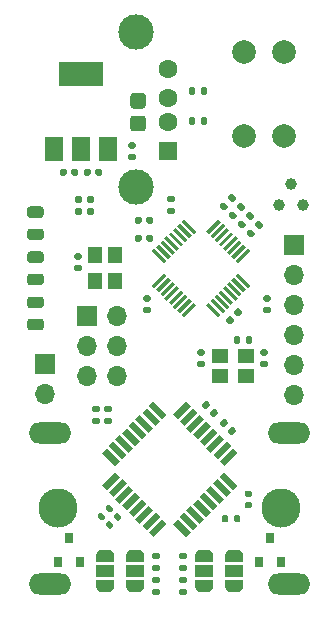
<source format=gbr>
%TF.GenerationSoftware,KiCad,Pcbnew,(5.1.9-16-g1737927814)-1*%
%TF.CreationDate,2021-10-10T21:13:45-05:00*%
%TF.ProjectId,adbuino,61646275-696e-46f2-9e6b-696361645f70,rev?*%
%TF.SameCoordinates,Original*%
%TF.FileFunction,Soldermask,Top*%
%TF.FilePolarity,Negative*%
%FSLAX46Y46*%
G04 Gerber Fmt 4.6, Leading zero omitted, Abs format (unit mm)*
G04 Created by KiCad (PCBNEW (5.1.9-16-g1737927814)-1) date 2021-10-10 21:13:45*
%MOMM*%
%LPD*%
G01*
G04 APERTURE LIST*
%ADD10O,1.700000X1.700000*%
%ADD11R,1.700000X1.700000*%
%ADD12C,2.000000*%
%ADD13C,0.100000*%
%ADD14C,1.000000*%
%ADD15R,1.500000X1.000000*%
%ADD16R,0.800000X0.900000*%
%ADD17R,1.200000X1.400000*%
%ADD18O,3.600000X1.800000*%
%ADD19C,3.316000*%
%ADD20R,1.400000X1.200000*%
%ADD21R,1.500000X2.000000*%
%ADD22R,3.800000X2.000000*%
%ADD23C,1.600000*%
%ADD24R,1.500000X1.600000*%
%ADD25C,3.000000*%
G04 APERTURE END LIST*
D10*
%TO.C,J7*%
X26924000Y-57658000D03*
D11*
X26924000Y-55118000D03*
%TD*%
D12*
%TO.C,J2*%
X43743000Y-28683000D03*
X43743000Y-35833000D03*
X47193000Y-35833000D03*
X47193000Y-28683000D03*
%TD*%
D13*
%TO.C,IC1*%
G36*
X39707382Y-50111624D02*
G01*
X38664400Y-51154606D01*
X38452268Y-50942474D01*
X39495250Y-49899492D01*
X39707382Y-50111624D01*
G37*
G36*
X39353829Y-49758070D02*
G01*
X38310847Y-50801052D01*
X38098715Y-50588920D01*
X39141697Y-49545938D01*
X39353829Y-49758070D01*
G37*
G36*
X39000275Y-49404517D02*
G01*
X37957293Y-50447499D01*
X37745161Y-50235367D01*
X38788143Y-49192385D01*
X39000275Y-49404517D01*
G37*
G36*
X38646722Y-49050963D02*
G01*
X37603740Y-50093945D01*
X37391608Y-49881813D01*
X38434590Y-48838831D01*
X38646722Y-49050963D01*
G37*
G36*
X38293169Y-48697410D02*
G01*
X37250187Y-49740392D01*
X37038055Y-49528260D01*
X38081037Y-48485278D01*
X38293169Y-48697410D01*
G37*
G36*
X37939615Y-48343857D02*
G01*
X36896633Y-49386839D01*
X36684501Y-49174707D01*
X37727483Y-48131725D01*
X37939615Y-48343857D01*
G37*
G36*
X37586062Y-47990303D02*
G01*
X36543080Y-49033285D01*
X36330948Y-48821153D01*
X37373930Y-47778171D01*
X37586062Y-47990303D01*
G37*
G36*
X37232508Y-47636750D02*
G01*
X36189526Y-48679732D01*
X35977394Y-48467600D01*
X37020376Y-47424618D01*
X37232508Y-47636750D01*
G37*
G36*
X36189526Y-45320268D02*
G01*
X37232508Y-46363250D01*
X37020376Y-46575382D01*
X35977394Y-45532400D01*
X36189526Y-45320268D01*
G37*
G36*
X36543080Y-44966715D02*
G01*
X37586062Y-46009697D01*
X37373930Y-46221829D01*
X36330948Y-45178847D01*
X36543080Y-44966715D01*
G37*
G36*
X36896633Y-44613161D02*
G01*
X37939615Y-45656143D01*
X37727483Y-45868275D01*
X36684501Y-44825293D01*
X36896633Y-44613161D01*
G37*
G36*
X37250187Y-44259608D02*
G01*
X38293169Y-45302590D01*
X38081037Y-45514722D01*
X37038055Y-44471740D01*
X37250187Y-44259608D01*
G37*
G36*
X37603740Y-43906055D02*
G01*
X38646722Y-44949037D01*
X38434590Y-45161169D01*
X37391608Y-44118187D01*
X37603740Y-43906055D01*
G37*
G36*
X37957293Y-43552501D02*
G01*
X39000275Y-44595483D01*
X38788143Y-44807615D01*
X37745161Y-43764633D01*
X37957293Y-43552501D01*
G37*
G36*
X38310847Y-43198948D02*
G01*
X39353829Y-44241930D01*
X39141697Y-44454062D01*
X38098715Y-43411080D01*
X38310847Y-43198948D01*
G37*
G36*
X38664400Y-42845394D02*
G01*
X39707382Y-43888376D01*
X39495250Y-44100508D01*
X38452268Y-43057526D01*
X38664400Y-42845394D01*
G37*
G36*
X41811732Y-43057526D02*
G01*
X40768750Y-44100508D01*
X40556618Y-43888376D01*
X41599600Y-42845394D01*
X41811732Y-43057526D01*
G37*
G36*
X42165285Y-43411080D02*
G01*
X41122303Y-44454062D01*
X40910171Y-44241930D01*
X41953153Y-43198948D01*
X42165285Y-43411080D01*
G37*
G36*
X42518839Y-43764633D02*
G01*
X41475857Y-44807615D01*
X41263725Y-44595483D01*
X42306707Y-43552501D01*
X42518839Y-43764633D01*
G37*
G36*
X42872392Y-44118187D02*
G01*
X41829410Y-45161169D01*
X41617278Y-44949037D01*
X42660260Y-43906055D01*
X42872392Y-44118187D01*
G37*
G36*
X43225945Y-44471740D02*
G01*
X42182963Y-45514722D01*
X41970831Y-45302590D01*
X43013813Y-44259608D01*
X43225945Y-44471740D01*
G37*
G36*
X43579499Y-44825293D02*
G01*
X42536517Y-45868275D01*
X42324385Y-45656143D01*
X43367367Y-44613161D01*
X43579499Y-44825293D01*
G37*
G36*
X43933052Y-45178847D02*
G01*
X42890070Y-46221829D01*
X42677938Y-46009697D01*
X43720920Y-44966715D01*
X43933052Y-45178847D01*
G37*
G36*
X44286606Y-45532400D02*
G01*
X43243624Y-46575382D01*
X43031492Y-46363250D01*
X44074474Y-45320268D01*
X44286606Y-45532400D01*
G37*
G36*
X43243624Y-47424618D02*
G01*
X44286606Y-48467600D01*
X44074474Y-48679732D01*
X43031492Y-47636750D01*
X43243624Y-47424618D01*
G37*
G36*
X42890070Y-47778171D02*
G01*
X43933052Y-48821153D01*
X43720920Y-49033285D01*
X42677938Y-47990303D01*
X42890070Y-47778171D01*
G37*
G36*
X42536517Y-48131725D02*
G01*
X43579499Y-49174707D01*
X43367367Y-49386839D01*
X42324385Y-48343857D01*
X42536517Y-48131725D01*
G37*
G36*
X42182963Y-48485278D02*
G01*
X43225945Y-49528260D01*
X43013813Y-49740392D01*
X41970831Y-48697410D01*
X42182963Y-48485278D01*
G37*
G36*
X41829410Y-48838831D02*
G01*
X42872392Y-49881813D01*
X42660260Y-50093945D01*
X41617278Y-49050963D01*
X41829410Y-48838831D01*
G37*
G36*
X41475857Y-49192385D02*
G01*
X42518839Y-50235367D01*
X42306707Y-50447499D01*
X41263725Y-49404517D01*
X41475857Y-49192385D01*
G37*
G36*
X41122303Y-49545938D02*
G01*
X42165285Y-50588920D01*
X41953153Y-50801052D01*
X40910171Y-49758070D01*
X41122303Y-49545938D01*
G37*
G36*
X40768750Y-49899492D02*
G01*
X41811732Y-50942474D01*
X41599600Y-51154606D01*
X40556618Y-50111624D01*
X40768750Y-49899492D01*
G37*
%TD*%
%TO.C,R17*%
G36*
G01*
X32073000Y-59676000D02*
X32443000Y-59676000D01*
G75*
G02*
X32578000Y-59811000I0J-135000D01*
G01*
X32578000Y-60081000D01*
G75*
G02*
X32443000Y-60216000I-135000J0D01*
G01*
X32073000Y-60216000D01*
G75*
G02*
X31938000Y-60081000I0J135000D01*
G01*
X31938000Y-59811000D01*
G75*
G02*
X32073000Y-59676000I135000J0D01*
G01*
G37*
G36*
G01*
X32073000Y-58656000D02*
X32443000Y-58656000D01*
G75*
G02*
X32578000Y-58791000I0J-135000D01*
G01*
X32578000Y-59061000D01*
G75*
G02*
X32443000Y-59196000I-135000J0D01*
G01*
X32073000Y-59196000D01*
G75*
G02*
X31938000Y-59061000I0J135000D01*
G01*
X31938000Y-58791000D01*
G75*
G02*
X32073000Y-58656000I135000J0D01*
G01*
G37*
%TD*%
D14*
%TO.C,TP3*%
X46736000Y-41656000D03*
%TD*%
%TO.C,TP2*%
X48768000Y-41656000D03*
%TD*%
%TO.C,TP1*%
X47752000Y-39878000D03*
%TD*%
D13*
%TO.C,JP4*%
G36*
X35294000Y-73364000D02*
G01*
X35294000Y-73914000D01*
X35293398Y-73914000D01*
X35293398Y-73938534D01*
X35288588Y-73987365D01*
X35279016Y-74035490D01*
X35264772Y-74082445D01*
X35245995Y-74127778D01*
X35222864Y-74171051D01*
X35195604Y-74211850D01*
X35164476Y-74249779D01*
X35129779Y-74284476D01*
X35091850Y-74315604D01*
X35051051Y-74342864D01*
X35007778Y-74365995D01*
X34962445Y-74384772D01*
X34915490Y-74399016D01*
X34867365Y-74408588D01*
X34818534Y-74413398D01*
X34794000Y-74413398D01*
X34794000Y-74414000D01*
X34294000Y-74414000D01*
X34294000Y-74413398D01*
X34269466Y-74413398D01*
X34220635Y-74408588D01*
X34172510Y-74399016D01*
X34125555Y-74384772D01*
X34080222Y-74365995D01*
X34036949Y-74342864D01*
X33996150Y-74315604D01*
X33958221Y-74284476D01*
X33923524Y-74249779D01*
X33892396Y-74211850D01*
X33865136Y-74171051D01*
X33842005Y-74127778D01*
X33823228Y-74082445D01*
X33808984Y-74035490D01*
X33799412Y-73987365D01*
X33794602Y-73938534D01*
X33794602Y-73914000D01*
X33794000Y-73914000D01*
X33794000Y-73364000D01*
X35294000Y-73364000D01*
G37*
D15*
X34544000Y-72614000D03*
D13*
G36*
X33794602Y-71314000D02*
G01*
X33794602Y-71289466D01*
X33799412Y-71240635D01*
X33808984Y-71192510D01*
X33823228Y-71145555D01*
X33842005Y-71100222D01*
X33865136Y-71056949D01*
X33892396Y-71016150D01*
X33923524Y-70978221D01*
X33958221Y-70943524D01*
X33996150Y-70912396D01*
X34036949Y-70885136D01*
X34080222Y-70862005D01*
X34125555Y-70843228D01*
X34172510Y-70828984D01*
X34220635Y-70819412D01*
X34269466Y-70814602D01*
X34294000Y-70814602D01*
X34294000Y-70814000D01*
X34794000Y-70814000D01*
X34794000Y-70814602D01*
X34818534Y-70814602D01*
X34867365Y-70819412D01*
X34915490Y-70828984D01*
X34962445Y-70843228D01*
X35007778Y-70862005D01*
X35051051Y-70885136D01*
X35091850Y-70912396D01*
X35129779Y-70943524D01*
X35164476Y-70978221D01*
X35195604Y-71016150D01*
X35222864Y-71056949D01*
X35245995Y-71100222D01*
X35264772Y-71145555D01*
X35279016Y-71192510D01*
X35288588Y-71240635D01*
X35293398Y-71289466D01*
X35293398Y-71314000D01*
X35294000Y-71314000D01*
X35294000Y-71864000D01*
X33794000Y-71864000D01*
X33794000Y-71314000D01*
X33794602Y-71314000D01*
G37*
%TD*%
%TO.C,JP3*%
G36*
X31254000Y-71864000D02*
G01*
X31254000Y-71314000D01*
X31254602Y-71314000D01*
X31254602Y-71289466D01*
X31259412Y-71240635D01*
X31268984Y-71192510D01*
X31283228Y-71145555D01*
X31302005Y-71100222D01*
X31325136Y-71056949D01*
X31352396Y-71016150D01*
X31383524Y-70978221D01*
X31418221Y-70943524D01*
X31456150Y-70912396D01*
X31496949Y-70885136D01*
X31540222Y-70862005D01*
X31585555Y-70843228D01*
X31632510Y-70828984D01*
X31680635Y-70819412D01*
X31729466Y-70814602D01*
X31754000Y-70814602D01*
X31754000Y-70814000D01*
X32254000Y-70814000D01*
X32254000Y-70814602D01*
X32278534Y-70814602D01*
X32327365Y-70819412D01*
X32375490Y-70828984D01*
X32422445Y-70843228D01*
X32467778Y-70862005D01*
X32511051Y-70885136D01*
X32551850Y-70912396D01*
X32589779Y-70943524D01*
X32624476Y-70978221D01*
X32655604Y-71016150D01*
X32682864Y-71056949D01*
X32705995Y-71100222D01*
X32724772Y-71145555D01*
X32739016Y-71192510D01*
X32748588Y-71240635D01*
X32753398Y-71289466D01*
X32753398Y-71314000D01*
X32754000Y-71314000D01*
X32754000Y-71864000D01*
X31254000Y-71864000D01*
G37*
D15*
X32004000Y-72614000D03*
D13*
G36*
X32753398Y-73914000D02*
G01*
X32753398Y-73938534D01*
X32748588Y-73987365D01*
X32739016Y-74035490D01*
X32724772Y-74082445D01*
X32705995Y-74127778D01*
X32682864Y-74171051D01*
X32655604Y-74211850D01*
X32624476Y-74249779D01*
X32589779Y-74284476D01*
X32551850Y-74315604D01*
X32511051Y-74342864D01*
X32467778Y-74365995D01*
X32422445Y-74384772D01*
X32375490Y-74399016D01*
X32327365Y-74408588D01*
X32278534Y-74413398D01*
X32254000Y-74413398D01*
X32254000Y-74414000D01*
X31754000Y-74414000D01*
X31754000Y-74413398D01*
X31729466Y-74413398D01*
X31680635Y-74408588D01*
X31632510Y-74399016D01*
X31585555Y-74384772D01*
X31540222Y-74365995D01*
X31496949Y-74342864D01*
X31456150Y-74315604D01*
X31418221Y-74284476D01*
X31383524Y-74249779D01*
X31352396Y-74211850D01*
X31325136Y-74171051D01*
X31302005Y-74127778D01*
X31283228Y-74082445D01*
X31268984Y-74035490D01*
X31259412Y-73987365D01*
X31254602Y-73938534D01*
X31254602Y-73914000D01*
X31254000Y-73914000D01*
X31254000Y-73364000D01*
X32754000Y-73364000D01*
X32754000Y-73914000D01*
X32753398Y-73914000D01*
G37*
%TD*%
%TO.C,JP2*%
G36*
X43676000Y-73364000D02*
G01*
X43676000Y-73914000D01*
X43675398Y-73914000D01*
X43675398Y-73938534D01*
X43670588Y-73987365D01*
X43661016Y-74035490D01*
X43646772Y-74082445D01*
X43627995Y-74127778D01*
X43604864Y-74171051D01*
X43577604Y-74211850D01*
X43546476Y-74249779D01*
X43511779Y-74284476D01*
X43473850Y-74315604D01*
X43433051Y-74342864D01*
X43389778Y-74365995D01*
X43344445Y-74384772D01*
X43297490Y-74399016D01*
X43249365Y-74408588D01*
X43200534Y-74413398D01*
X43176000Y-74413398D01*
X43176000Y-74414000D01*
X42676000Y-74414000D01*
X42676000Y-74413398D01*
X42651466Y-74413398D01*
X42602635Y-74408588D01*
X42554510Y-74399016D01*
X42507555Y-74384772D01*
X42462222Y-74365995D01*
X42418949Y-74342864D01*
X42378150Y-74315604D01*
X42340221Y-74284476D01*
X42305524Y-74249779D01*
X42274396Y-74211850D01*
X42247136Y-74171051D01*
X42224005Y-74127778D01*
X42205228Y-74082445D01*
X42190984Y-74035490D01*
X42181412Y-73987365D01*
X42176602Y-73938534D01*
X42176602Y-73914000D01*
X42176000Y-73914000D01*
X42176000Y-73364000D01*
X43676000Y-73364000D01*
G37*
D15*
X42926000Y-72614000D03*
D13*
G36*
X42176602Y-71314000D02*
G01*
X42176602Y-71289466D01*
X42181412Y-71240635D01*
X42190984Y-71192510D01*
X42205228Y-71145555D01*
X42224005Y-71100222D01*
X42247136Y-71056949D01*
X42274396Y-71016150D01*
X42305524Y-70978221D01*
X42340221Y-70943524D01*
X42378150Y-70912396D01*
X42418949Y-70885136D01*
X42462222Y-70862005D01*
X42507555Y-70843228D01*
X42554510Y-70828984D01*
X42602635Y-70819412D01*
X42651466Y-70814602D01*
X42676000Y-70814602D01*
X42676000Y-70814000D01*
X43176000Y-70814000D01*
X43176000Y-70814602D01*
X43200534Y-70814602D01*
X43249365Y-70819412D01*
X43297490Y-70828984D01*
X43344445Y-70843228D01*
X43389778Y-70862005D01*
X43433051Y-70885136D01*
X43473850Y-70912396D01*
X43511779Y-70943524D01*
X43546476Y-70978221D01*
X43577604Y-71016150D01*
X43604864Y-71056949D01*
X43627995Y-71100222D01*
X43646772Y-71145555D01*
X43661016Y-71192510D01*
X43670588Y-71240635D01*
X43675398Y-71289466D01*
X43675398Y-71314000D01*
X43676000Y-71314000D01*
X43676000Y-71864000D01*
X42176000Y-71864000D01*
X42176000Y-71314000D01*
X42176602Y-71314000D01*
G37*
%TD*%
%TO.C,JP1*%
G36*
X39636000Y-71864000D02*
G01*
X39636000Y-71314000D01*
X39636602Y-71314000D01*
X39636602Y-71289466D01*
X39641412Y-71240635D01*
X39650984Y-71192510D01*
X39665228Y-71145555D01*
X39684005Y-71100222D01*
X39707136Y-71056949D01*
X39734396Y-71016150D01*
X39765524Y-70978221D01*
X39800221Y-70943524D01*
X39838150Y-70912396D01*
X39878949Y-70885136D01*
X39922222Y-70862005D01*
X39967555Y-70843228D01*
X40014510Y-70828984D01*
X40062635Y-70819412D01*
X40111466Y-70814602D01*
X40136000Y-70814602D01*
X40136000Y-70814000D01*
X40636000Y-70814000D01*
X40636000Y-70814602D01*
X40660534Y-70814602D01*
X40709365Y-70819412D01*
X40757490Y-70828984D01*
X40804445Y-70843228D01*
X40849778Y-70862005D01*
X40893051Y-70885136D01*
X40933850Y-70912396D01*
X40971779Y-70943524D01*
X41006476Y-70978221D01*
X41037604Y-71016150D01*
X41064864Y-71056949D01*
X41087995Y-71100222D01*
X41106772Y-71145555D01*
X41121016Y-71192510D01*
X41130588Y-71240635D01*
X41135398Y-71289466D01*
X41135398Y-71314000D01*
X41136000Y-71314000D01*
X41136000Y-71864000D01*
X39636000Y-71864000D01*
G37*
D15*
X40386000Y-72614000D03*
D13*
G36*
X41135398Y-73914000D02*
G01*
X41135398Y-73938534D01*
X41130588Y-73987365D01*
X41121016Y-74035490D01*
X41106772Y-74082445D01*
X41087995Y-74127778D01*
X41064864Y-74171051D01*
X41037604Y-74211850D01*
X41006476Y-74249779D01*
X40971779Y-74284476D01*
X40933850Y-74315604D01*
X40893051Y-74342864D01*
X40849778Y-74365995D01*
X40804445Y-74384772D01*
X40757490Y-74399016D01*
X40709365Y-74408588D01*
X40660534Y-74413398D01*
X40636000Y-74413398D01*
X40636000Y-74414000D01*
X40136000Y-74414000D01*
X40136000Y-74413398D01*
X40111466Y-74413398D01*
X40062635Y-74408588D01*
X40014510Y-74399016D01*
X39967555Y-74384772D01*
X39922222Y-74365995D01*
X39878949Y-74342864D01*
X39838150Y-74315604D01*
X39800221Y-74284476D01*
X39765524Y-74249779D01*
X39734396Y-74211850D01*
X39707136Y-74171051D01*
X39684005Y-74127778D01*
X39665228Y-74082445D01*
X39650984Y-74035490D01*
X39641412Y-73987365D01*
X39636602Y-73938534D01*
X39636602Y-73914000D01*
X39636000Y-73914000D01*
X39636000Y-73364000D01*
X41136000Y-73364000D01*
X41136000Y-73914000D01*
X41135398Y-73914000D01*
G37*
%TD*%
D10*
%TO.C,J6*%
X33020000Y-56134000D03*
X30480000Y-56134000D03*
X33020000Y-53594000D03*
X30480000Y-53594000D03*
X33020000Y-51054000D03*
D11*
X30480000Y-51054000D03*
%TD*%
%TO.C,R16*%
G36*
G01*
X45004520Y-43649109D02*
X44742891Y-43387480D01*
G75*
G02*
X44742891Y-43196562I95459J95459D01*
G01*
X44933810Y-43005643D01*
G75*
G02*
X45124728Y-43005643I95459J-95459D01*
G01*
X45386357Y-43267272D01*
G75*
G02*
X45386357Y-43458190I-95459J-95459D01*
G01*
X45195438Y-43649109D01*
G75*
G02*
X45004520Y-43649109I-95459J95459D01*
G01*
G37*
G36*
G01*
X44283272Y-44370357D02*
X44021643Y-44108728D01*
G75*
G02*
X44021643Y-43917810I95459J95459D01*
G01*
X44212562Y-43726891D01*
G75*
G02*
X44403480Y-43726891I95459J-95459D01*
G01*
X44665109Y-43988520D01*
G75*
G02*
X44665109Y-44179438I-95459J-95459D01*
G01*
X44474190Y-44370357D01*
G75*
G02*
X44283272Y-44370357I-95459J95459D01*
G01*
G37*
%TD*%
%TO.C,R14*%
G36*
G01*
X42718520Y-41363109D02*
X42456891Y-41101480D01*
G75*
G02*
X42456891Y-40910562I95459J95459D01*
G01*
X42647810Y-40719643D01*
G75*
G02*
X42838728Y-40719643I95459J-95459D01*
G01*
X43100357Y-40981272D01*
G75*
G02*
X43100357Y-41172190I-95459J-95459D01*
G01*
X42909438Y-41363109D01*
G75*
G02*
X42718520Y-41363109I-95459J95459D01*
G01*
G37*
G36*
G01*
X41997272Y-42084357D02*
X41735643Y-41822728D01*
G75*
G02*
X41735643Y-41631810I95459J95459D01*
G01*
X41926562Y-41440891D01*
G75*
G02*
X42117480Y-41440891I95459J-95459D01*
G01*
X42379109Y-41702520D01*
G75*
G02*
X42379109Y-41893438I-95459J-95459D01*
G01*
X42188190Y-42084357D01*
G75*
G02*
X41997272Y-42084357I-95459J95459D01*
G01*
G37*
%TD*%
%TO.C,R13*%
G36*
G01*
X44242520Y-42887109D02*
X43980891Y-42625480D01*
G75*
G02*
X43980891Y-42434562I95459J95459D01*
G01*
X44171810Y-42243643D01*
G75*
G02*
X44362728Y-42243643I95459J-95459D01*
G01*
X44624357Y-42505272D01*
G75*
G02*
X44624357Y-42696190I-95459J-95459D01*
G01*
X44433438Y-42887109D01*
G75*
G02*
X44242520Y-42887109I-95459J95459D01*
G01*
G37*
G36*
G01*
X43521272Y-43608357D02*
X43259643Y-43346728D01*
G75*
G02*
X43259643Y-43155810I95459J95459D01*
G01*
X43450562Y-42964891D01*
G75*
G02*
X43641480Y-42964891I95459J-95459D01*
G01*
X43903109Y-43226520D01*
G75*
G02*
X43903109Y-43417438I-95459J-95459D01*
G01*
X43712190Y-43608357D01*
G75*
G02*
X43521272Y-43608357I-95459J95459D01*
G01*
G37*
%TD*%
%TO.C,R15*%
G36*
G01*
X43480520Y-42125109D02*
X43218891Y-41863480D01*
G75*
G02*
X43218891Y-41672562I95459J95459D01*
G01*
X43409810Y-41481643D01*
G75*
G02*
X43600728Y-41481643I95459J-95459D01*
G01*
X43862357Y-41743272D01*
G75*
G02*
X43862357Y-41934190I-95459J-95459D01*
G01*
X43671438Y-42125109D01*
G75*
G02*
X43480520Y-42125109I-95459J95459D01*
G01*
G37*
G36*
G01*
X42759272Y-42846357D02*
X42497643Y-42584728D01*
G75*
G02*
X42497643Y-42393810I95459J95459D01*
G01*
X42688562Y-42202891D01*
G75*
G02*
X42879480Y-42202891I95459J-95459D01*
G01*
X43141109Y-42464520D01*
G75*
G02*
X43141109Y-42655438I-95459J-95459D01*
G01*
X42950190Y-42846357D01*
G75*
G02*
X42759272Y-42846357I-95459J95459D01*
G01*
G37*
%TD*%
D16*
%TO.C,Q1*%
X45974000Y-69866000D03*
X46924000Y-71866000D03*
X45024000Y-71866000D03*
%TD*%
%TO.C,C12*%
G36*
G01*
X35106000Y-42756000D02*
X35106000Y-43096000D01*
G75*
G02*
X34966000Y-43236000I-140000J0D01*
G01*
X34686000Y-43236000D01*
G75*
G02*
X34546000Y-43096000I0J140000D01*
G01*
X34546000Y-42756000D01*
G75*
G02*
X34686000Y-42616000I140000J0D01*
G01*
X34966000Y-42616000D01*
G75*
G02*
X35106000Y-42756000I0J-140000D01*
G01*
G37*
G36*
G01*
X36066000Y-42756000D02*
X36066000Y-43096000D01*
G75*
G02*
X35926000Y-43236000I-140000J0D01*
G01*
X35646000Y-43236000D01*
G75*
G02*
X35506000Y-43096000I0J140000D01*
G01*
X35506000Y-42756000D01*
G75*
G02*
X35646000Y-42616000I140000J0D01*
G01*
X35926000Y-42616000D01*
G75*
G02*
X36066000Y-42756000I0J-140000D01*
G01*
G37*
%TD*%
D17*
%TO.C,Y2*%
X32854000Y-45900000D03*
X32854000Y-48100000D03*
X31154000Y-48100000D03*
X31154000Y-45900000D03*
%TD*%
%TO.C,C13*%
G36*
G01*
X45890000Y-49838000D02*
X45550000Y-49838000D01*
G75*
G02*
X45410000Y-49698000I0J140000D01*
G01*
X45410000Y-49418000D01*
G75*
G02*
X45550000Y-49278000I140000J0D01*
G01*
X45890000Y-49278000D01*
G75*
G02*
X46030000Y-49418000I0J-140000D01*
G01*
X46030000Y-49698000D01*
G75*
G02*
X45890000Y-49838000I-140000J0D01*
G01*
G37*
G36*
G01*
X45890000Y-50798000D02*
X45550000Y-50798000D01*
G75*
G02*
X45410000Y-50658000I0J140000D01*
G01*
X45410000Y-50378000D01*
G75*
G02*
X45550000Y-50238000I140000J0D01*
G01*
X45890000Y-50238000D01*
G75*
G02*
X46030000Y-50378000I0J-140000D01*
G01*
X46030000Y-50658000D01*
G75*
G02*
X45890000Y-50798000I-140000J0D01*
G01*
G37*
%TD*%
D18*
%TO.C,J5*%
X27356000Y-73710000D03*
X27356000Y-60910000D03*
D19*
X28056000Y-67310000D03*
%TD*%
D18*
%TO.C,J4*%
X47574000Y-60910000D03*
X47574000Y-73710000D03*
D19*
X46874000Y-67310000D03*
%TD*%
%TO.C,R12*%
G36*
G01*
X31427000Y-59196000D02*
X31057000Y-59196000D01*
G75*
G02*
X30922000Y-59061000I0J135000D01*
G01*
X30922000Y-58791000D01*
G75*
G02*
X31057000Y-58656000I135000J0D01*
G01*
X31427000Y-58656000D01*
G75*
G02*
X31562000Y-58791000I0J-135000D01*
G01*
X31562000Y-59061000D01*
G75*
G02*
X31427000Y-59196000I-135000J0D01*
G01*
G37*
G36*
G01*
X31427000Y-60216000D02*
X31057000Y-60216000D01*
G75*
G02*
X30922000Y-60081000I0J135000D01*
G01*
X30922000Y-59811000D01*
G75*
G02*
X31057000Y-59676000I135000J0D01*
G01*
X31427000Y-59676000D01*
G75*
G02*
X31562000Y-59811000I0J-135000D01*
G01*
X31562000Y-60081000D01*
G75*
G02*
X31427000Y-60216000I-135000J0D01*
G01*
G37*
%TD*%
%TO.C,R11*%
G36*
G01*
X36137000Y-72122000D02*
X36507000Y-72122000D01*
G75*
G02*
X36642000Y-72257000I0J-135000D01*
G01*
X36642000Y-72527000D01*
G75*
G02*
X36507000Y-72662000I-135000J0D01*
G01*
X36137000Y-72662000D01*
G75*
G02*
X36002000Y-72527000I0J135000D01*
G01*
X36002000Y-72257000D01*
G75*
G02*
X36137000Y-72122000I135000J0D01*
G01*
G37*
G36*
G01*
X36137000Y-71102000D02*
X36507000Y-71102000D01*
G75*
G02*
X36642000Y-71237000I0J-135000D01*
G01*
X36642000Y-71507000D01*
G75*
G02*
X36507000Y-71642000I-135000J0D01*
G01*
X36137000Y-71642000D01*
G75*
G02*
X36002000Y-71507000I0J135000D01*
G01*
X36002000Y-71237000D01*
G75*
G02*
X36137000Y-71102000I135000J0D01*
G01*
G37*
%TD*%
%TO.C,R10*%
G36*
G01*
X36507000Y-73674000D02*
X36137000Y-73674000D01*
G75*
G02*
X36002000Y-73539000I0J135000D01*
G01*
X36002000Y-73269000D01*
G75*
G02*
X36137000Y-73134000I135000J0D01*
G01*
X36507000Y-73134000D01*
G75*
G02*
X36642000Y-73269000I0J-135000D01*
G01*
X36642000Y-73539000D01*
G75*
G02*
X36507000Y-73674000I-135000J0D01*
G01*
G37*
G36*
G01*
X36507000Y-74694000D02*
X36137000Y-74694000D01*
G75*
G02*
X36002000Y-74559000I0J135000D01*
G01*
X36002000Y-74289000D01*
G75*
G02*
X36137000Y-74154000I135000J0D01*
G01*
X36507000Y-74154000D01*
G75*
G02*
X36642000Y-74289000I0J-135000D01*
G01*
X36642000Y-74559000D01*
G75*
G02*
X36507000Y-74694000I-135000J0D01*
G01*
G37*
%TD*%
%TO.C,R9*%
G36*
G01*
X38423000Y-72122000D02*
X38793000Y-72122000D01*
G75*
G02*
X38928000Y-72257000I0J-135000D01*
G01*
X38928000Y-72527000D01*
G75*
G02*
X38793000Y-72662000I-135000J0D01*
G01*
X38423000Y-72662000D01*
G75*
G02*
X38288000Y-72527000I0J135000D01*
G01*
X38288000Y-72257000D01*
G75*
G02*
X38423000Y-72122000I135000J0D01*
G01*
G37*
G36*
G01*
X38423000Y-71102000D02*
X38793000Y-71102000D01*
G75*
G02*
X38928000Y-71237000I0J-135000D01*
G01*
X38928000Y-71507000D01*
G75*
G02*
X38793000Y-71642000I-135000J0D01*
G01*
X38423000Y-71642000D01*
G75*
G02*
X38288000Y-71507000I0J135000D01*
G01*
X38288000Y-71237000D01*
G75*
G02*
X38423000Y-71102000I135000J0D01*
G01*
G37*
%TD*%
%TO.C,R8*%
G36*
G01*
X38793000Y-73674000D02*
X38423000Y-73674000D01*
G75*
G02*
X38288000Y-73539000I0J135000D01*
G01*
X38288000Y-73269000D01*
G75*
G02*
X38423000Y-73134000I135000J0D01*
G01*
X38793000Y-73134000D01*
G75*
G02*
X38928000Y-73269000I0J-135000D01*
G01*
X38928000Y-73539000D01*
G75*
G02*
X38793000Y-73674000I-135000J0D01*
G01*
G37*
G36*
G01*
X38793000Y-74694000D02*
X38423000Y-74694000D01*
G75*
G02*
X38288000Y-74559000I0J135000D01*
G01*
X38288000Y-74289000D01*
G75*
G02*
X38423000Y-74154000I135000J0D01*
G01*
X38793000Y-74154000D01*
G75*
G02*
X38928000Y-74289000I0J-135000D01*
G01*
X38928000Y-74559000D01*
G75*
G02*
X38793000Y-74694000I-135000J0D01*
G01*
G37*
%TD*%
%TO.C,R7*%
G36*
G01*
X39638000Y-31819000D02*
X39638000Y-32189000D01*
G75*
G02*
X39503000Y-32324000I-135000J0D01*
G01*
X39233000Y-32324000D01*
G75*
G02*
X39098000Y-32189000I0J135000D01*
G01*
X39098000Y-31819000D01*
G75*
G02*
X39233000Y-31684000I135000J0D01*
G01*
X39503000Y-31684000D01*
G75*
G02*
X39638000Y-31819000I0J-135000D01*
G01*
G37*
G36*
G01*
X40658000Y-31819000D02*
X40658000Y-32189000D01*
G75*
G02*
X40523000Y-32324000I-135000J0D01*
G01*
X40253000Y-32324000D01*
G75*
G02*
X40118000Y-32189000I0J135000D01*
G01*
X40118000Y-31819000D01*
G75*
G02*
X40253000Y-31684000I135000J0D01*
G01*
X40523000Y-31684000D01*
G75*
G02*
X40658000Y-31819000I0J-135000D01*
G01*
G37*
%TD*%
%TO.C,R6*%
G36*
G01*
X40116000Y-34729000D02*
X40116000Y-34359000D01*
G75*
G02*
X40251000Y-34224000I135000J0D01*
G01*
X40521000Y-34224000D01*
G75*
G02*
X40656000Y-34359000I0J-135000D01*
G01*
X40656000Y-34729000D01*
G75*
G02*
X40521000Y-34864000I-135000J0D01*
G01*
X40251000Y-34864000D01*
G75*
G02*
X40116000Y-34729000I0J135000D01*
G01*
G37*
G36*
G01*
X39096000Y-34729000D02*
X39096000Y-34359000D01*
G75*
G02*
X39231000Y-34224000I135000J0D01*
G01*
X39501000Y-34224000D01*
G75*
G02*
X39636000Y-34359000I0J-135000D01*
G01*
X39636000Y-34729000D01*
G75*
G02*
X39501000Y-34864000I-135000J0D01*
G01*
X39231000Y-34864000D01*
G75*
G02*
X39096000Y-34729000I0J135000D01*
G01*
G37*
%TD*%
%TO.C,R5*%
G36*
G01*
X30024640Y-40983320D02*
X30024640Y-41353320D01*
G75*
G02*
X29889640Y-41488320I-135000J0D01*
G01*
X29619640Y-41488320D01*
G75*
G02*
X29484640Y-41353320I0J135000D01*
G01*
X29484640Y-40983320D01*
G75*
G02*
X29619640Y-40848320I135000J0D01*
G01*
X29889640Y-40848320D01*
G75*
G02*
X30024640Y-40983320I0J-135000D01*
G01*
G37*
G36*
G01*
X31044640Y-40983320D02*
X31044640Y-41353320D01*
G75*
G02*
X30909640Y-41488320I-135000J0D01*
G01*
X30639640Y-41488320D01*
G75*
G02*
X30504640Y-41353320I0J135000D01*
G01*
X30504640Y-40983320D01*
G75*
G02*
X30639640Y-40848320I135000J0D01*
G01*
X30909640Y-40848320D01*
G75*
G02*
X31044640Y-40983320I0J-135000D01*
G01*
G37*
%TD*%
%TO.C,R4*%
G36*
G01*
X30019560Y-41994240D02*
X30019560Y-42364240D01*
G75*
G02*
X29884560Y-42499240I-135000J0D01*
G01*
X29614560Y-42499240D01*
G75*
G02*
X29479560Y-42364240I0J135000D01*
G01*
X29479560Y-41994240D01*
G75*
G02*
X29614560Y-41859240I135000J0D01*
G01*
X29884560Y-41859240D01*
G75*
G02*
X30019560Y-41994240I0J-135000D01*
G01*
G37*
G36*
G01*
X31039560Y-41994240D02*
X31039560Y-42364240D01*
G75*
G02*
X30904560Y-42499240I-135000J0D01*
G01*
X30634560Y-42499240D01*
G75*
G02*
X30499560Y-42364240I0J135000D01*
G01*
X30499560Y-41994240D01*
G75*
G02*
X30634560Y-41859240I135000J0D01*
G01*
X30904560Y-41859240D01*
G75*
G02*
X31039560Y-41994240I0J-135000D01*
G01*
G37*
%TD*%
%TO.C,R3*%
G36*
G01*
X37407000Y-41896000D02*
X37777000Y-41896000D01*
G75*
G02*
X37912000Y-42031000I0J-135000D01*
G01*
X37912000Y-42301000D01*
G75*
G02*
X37777000Y-42436000I-135000J0D01*
G01*
X37407000Y-42436000D01*
G75*
G02*
X37272000Y-42301000I0J135000D01*
G01*
X37272000Y-42031000D01*
G75*
G02*
X37407000Y-41896000I135000J0D01*
G01*
G37*
G36*
G01*
X37407000Y-40876000D02*
X37777000Y-40876000D01*
G75*
G02*
X37912000Y-41011000I0J-135000D01*
G01*
X37912000Y-41281000D01*
G75*
G02*
X37777000Y-41416000I-135000J0D01*
G01*
X37407000Y-41416000D01*
G75*
G02*
X37272000Y-41281000I0J135000D01*
G01*
X37272000Y-41011000D01*
G75*
G02*
X37407000Y-40876000I135000J0D01*
G01*
G37*
%TD*%
%TO.C,R2*%
G36*
G01*
X42434000Y-68014000D02*
X42434000Y-68384000D01*
G75*
G02*
X42299000Y-68519000I-135000J0D01*
G01*
X42029000Y-68519000D01*
G75*
G02*
X41894000Y-68384000I0J135000D01*
G01*
X41894000Y-68014000D01*
G75*
G02*
X42029000Y-67879000I135000J0D01*
G01*
X42299000Y-67879000D01*
G75*
G02*
X42434000Y-68014000I0J-135000D01*
G01*
G37*
G36*
G01*
X43454000Y-68014000D02*
X43454000Y-68384000D01*
G75*
G02*
X43319000Y-68519000I-135000J0D01*
G01*
X43049000Y-68519000D01*
G75*
G02*
X42914000Y-68384000I0J135000D01*
G01*
X42914000Y-68014000D01*
G75*
G02*
X43049000Y-67879000I135000J0D01*
G01*
X43319000Y-67879000D01*
G75*
G02*
X43454000Y-68014000I0J-135000D01*
G01*
G37*
%TD*%
%TO.C,R1*%
G36*
G01*
X43446000Y-52901000D02*
X43446000Y-53271000D01*
G75*
G02*
X43311000Y-53406000I-135000J0D01*
G01*
X43041000Y-53406000D01*
G75*
G02*
X42906000Y-53271000I0J135000D01*
G01*
X42906000Y-52901000D01*
G75*
G02*
X43041000Y-52766000I135000J0D01*
G01*
X43311000Y-52766000D01*
G75*
G02*
X43446000Y-52901000I0J-135000D01*
G01*
G37*
G36*
G01*
X44466000Y-52901000D02*
X44466000Y-53271000D01*
G75*
G02*
X44331000Y-53406000I-135000J0D01*
G01*
X44061000Y-53406000D01*
G75*
G02*
X43926000Y-53271000I0J135000D01*
G01*
X43926000Y-52901000D01*
G75*
G02*
X44061000Y-52766000I135000J0D01*
G01*
X44331000Y-52766000D01*
G75*
G02*
X44466000Y-52901000I0J-135000D01*
G01*
G37*
%TD*%
%TO.C,C16*%
G36*
G01*
X31773800Y-67703002D02*
X32014216Y-67943418D01*
G75*
G02*
X32014216Y-68141408I-98995J-98995D01*
G01*
X31816226Y-68339398D01*
G75*
G02*
X31618236Y-68339398I-98995J98995D01*
G01*
X31377820Y-68098982D01*
G75*
G02*
X31377820Y-67900992I98995J98995D01*
G01*
X31575810Y-67703002D01*
G75*
G02*
X31773800Y-67703002I98995J-98995D01*
G01*
G37*
G36*
G01*
X32452622Y-67024180D02*
X32693038Y-67264596D01*
G75*
G02*
X32693038Y-67462586I-98995J-98995D01*
G01*
X32495048Y-67660576D01*
G75*
G02*
X32297058Y-67660576I-98995J98995D01*
G01*
X32056642Y-67420160D01*
G75*
G02*
X32056642Y-67222170I98995J98995D01*
G01*
X32254632Y-67024180D01*
G75*
G02*
X32452622Y-67024180I98995J-98995D01*
G01*
G37*
%TD*%
%TO.C,C15*%
G36*
G01*
X42439213Y-60713629D02*
X42679629Y-60473213D01*
G75*
G02*
X42877619Y-60473213I98995J-98995D01*
G01*
X43075609Y-60671203D01*
G75*
G02*
X43075609Y-60869193I-98995J-98995D01*
G01*
X42835193Y-61109609D01*
G75*
G02*
X42637203Y-61109609I-98995J98995D01*
G01*
X42439213Y-60911619D01*
G75*
G02*
X42439213Y-60713629I98995J98995D01*
G01*
G37*
G36*
G01*
X41760391Y-60034807D02*
X42000807Y-59794391D01*
G75*
G02*
X42198797Y-59794391I98995J-98995D01*
G01*
X42396787Y-59992381D01*
G75*
G02*
X42396787Y-60190371I-98995J-98995D01*
G01*
X42156371Y-60430787D01*
G75*
G02*
X41958381Y-60430787I-98995J98995D01*
G01*
X41760391Y-60232797D01*
G75*
G02*
X41760391Y-60034807I98995J98995D01*
G01*
G37*
%TD*%
%TO.C,C14*%
G36*
G01*
X40915213Y-59189629D02*
X41155629Y-58949213D01*
G75*
G02*
X41353619Y-58949213I98995J-98995D01*
G01*
X41551609Y-59147203D01*
G75*
G02*
X41551609Y-59345193I-98995J-98995D01*
G01*
X41311193Y-59585609D01*
G75*
G02*
X41113203Y-59585609I-98995J98995D01*
G01*
X40915213Y-59387619D01*
G75*
G02*
X40915213Y-59189629I98995J98995D01*
G01*
G37*
G36*
G01*
X40236391Y-58510807D02*
X40476807Y-58270391D01*
G75*
G02*
X40674797Y-58270391I98995J-98995D01*
G01*
X40872787Y-58468381D01*
G75*
G02*
X40872787Y-58666371I-98995J-98995D01*
G01*
X40632371Y-58906787D01*
G75*
G02*
X40434381Y-58906787I-98995J98995D01*
G01*
X40236391Y-58708797D01*
G75*
G02*
X40236391Y-58510807I98995J98995D01*
G01*
G37*
%TD*%
%TO.C,C11*%
G36*
G01*
X29548000Y-46682000D02*
X29888000Y-46682000D01*
G75*
G02*
X30028000Y-46822000I0J-140000D01*
G01*
X30028000Y-47102000D01*
G75*
G02*
X29888000Y-47242000I-140000J0D01*
G01*
X29548000Y-47242000D01*
G75*
G02*
X29408000Y-47102000I0J140000D01*
G01*
X29408000Y-46822000D01*
G75*
G02*
X29548000Y-46682000I140000J0D01*
G01*
G37*
G36*
G01*
X29548000Y-45722000D02*
X29888000Y-45722000D01*
G75*
G02*
X30028000Y-45862000I0J-140000D01*
G01*
X30028000Y-46142000D01*
G75*
G02*
X29888000Y-46282000I-140000J0D01*
G01*
X29548000Y-46282000D01*
G75*
G02*
X29408000Y-46142000I0J140000D01*
G01*
X29408000Y-45862000D01*
G75*
G02*
X29548000Y-45722000I140000J0D01*
G01*
G37*
%TD*%
%TO.C,C10*%
G36*
G01*
X35390000Y-50238000D02*
X35730000Y-50238000D01*
G75*
G02*
X35870000Y-50378000I0J-140000D01*
G01*
X35870000Y-50658000D01*
G75*
G02*
X35730000Y-50798000I-140000J0D01*
G01*
X35390000Y-50798000D01*
G75*
G02*
X35250000Y-50658000I0J140000D01*
G01*
X35250000Y-50378000D01*
G75*
G02*
X35390000Y-50238000I140000J0D01*
G01*
G37*
G36*
G01*
X35390000Y-49278000D02*
X35730000Y-49278000D01*
G75*
G02*
X35870000Y-49418000I0J-140000D01*
G01*
X35870000Y-49698000D01*
G75*
G02*
X35730000Y-49838000I-140000J0D01*
G01*
X35390000Y-49838000D01*
G75*
G02*
X35250000Y-49698000I0J140000D01*
G01*
X35250000Y-49418000D01*
G75*
G02*
X35390000Y-49278000I140000J0D01*
G01*
G37*
%TD*%
%TO.C,C9*%
G36*
G01*
X35106000Y-44280000D02*
X35106000Y-44620000D01*
G75*
G02*
X34966000Y-44760000I-140000J0D01*
G01*
X34686000Y-44760000D01*
G75*
G02*
X34546000Y-44620000I0J140000D01*
G01*
X34546000Y-44280000D01*
G75*
G02*
X34686000Y-44140000I140000J0D01*
G01*
X34966000Y-44140000D01*
G75*
G02*
X35106000Y-44280000I0J-140000D01*
G01*
G37*
G36*
G01*
X36066000Y-44280000D02*
X36066000Y-44620000D01*
G75*
G02*
X35926000Y-44760000I-140000J0D01*
G01*
X35646000Y-44760000D01*
G75*
G02*
X35506000Y-44620000I0J140000D01*
G01*
X35506000Y-44280000D01*
G75*
G02*
X35646000Y-44140000I140000J0D01*
G01*
X35926000Y-44140000D01*
G75*
G02*
X36066000Y-44280000I0J-140000D01*
G01*
G37*
%TD*%
%TO.C,C8*%
G36*
G01*
X43187629Y-51032787D02*
X42947213Y-50792371D01*
G75*
G02*
X42947213Y-50594381I98995J98995D01*
G01*
X43145203Y-50396391D01*
G75*
G02*
X43343193Y-50396391I98995J-98995D01*
G01*
X43583609Y-50636807D01*
G75*
G02*
X43583609Y-50834797I-98995J-98995D01*
G01*
X43385619Y-51032787D01*
G75*
G02*
X43187629Y-51032787I-98995J98995D01*
G01*
G37*
G36*
G01*
X42508807Y-51711609D02*
X42268391Y-51471193D01*
G75*
G02*
X42268391Y-51273203I98995J98995D01*
G01*
X42466381Y-51075213D01*
G75*
G02*
X42664371Y-51075213I98995J-98995D01*
G01*
X42904787Y-51315629D01*
G75*
G02*
X42904787Y-51513619I-98995J-98995D01*
G01*
X42706797Y-51711609D01*
G75*
G02*
X42508807Y-51711609I-98995J98995D01*
G01*
G37*
%TD*%
%TO.C,C7*%
G36*
G01*
X40302000Y-54410000D02*
X39962000Y-54410000D01*
G75*
G02*
X39822000Y-54270000I0J140000D01*
G01*
X39822000Y-53990000D01*
G75*
G02*
X39962000Y-53850000I140000J0D01*
G01*
X40302000Y-53850000D01*
G75*
G02*
X40442000Y-53990000I0J-140000D01*
G01*
X40442000Y-54270000D01*
G75*
G02*
X40302000Y-54410000I-140000J0D01*
G01*
G37*
G36*
G01*
X40302000Y-55370000D02*
X39962000Y-55370000D01*
G75*
G02*
X39822000Y-55230000I0J140000D01*
G01*
X39822000Y-54950000D01*
G75*
G02*
X39962000Y-54810000I140000J0D01*
G01*
X40302000Y-54810000D01*
G75*
G02*
X40442000Y-54950000I0J-140000D01*
G01*
X40442000Y-55230000D01*
G75*
G02*
X40302000Y-55370000I-140000J0D01*
G01*
G37*
%TD*%
%TO.C,C6*%
G36*
G01*
X45296000Y-54810000D02*
X45636000Y-54810000D01*
G75*
G02*
X45776000Y-54950000I0J-140000D01*
G01*
X45776000Y-55230000D01*
G75*
G02*
X45636000Y-55370000I-140000J0D01*
G01*
X45296000Y-55370000D01*
G75*
G02*
X45156000Y-55230000I0J140000D01*
G01*
X45156000Y-54950000D01*
G75*
G02*
X45296000Y-54810000I140000J0D01*
G01*
G37*
G36*
G01*
X45296000Y-53850000D02*
X45636000Y-53850000D01*
G75*
G02*
X45776000Y-53990000I0J-140000D01*
G01*
X45776000Y-54270000D01*
G75*
G02*
X45636000Y-54410000I-140000J0D01*
G01*
X45296000Y-54410000D01*
G75*
G02*
X45156000Y-54270000I0J140000D01*
G01*
X45156000Y-53990000D01*
G75*
G02*
X45296000Y-53850000I140000J0D01*
G01*
G37*
%TD*%
%TO.C,C5*%
G36*
G01*
X44299960Y-66376000D02*
X43959960Y-66376000D01*
G75*
G02*
X43819960Y-66236000I0J140000D01*
G01*
X43819960Y-65956000D01*
G75*
G02*
X43959960Y-65816000I140000J0D01*
G01*
X44299960Y-65816000D01*
G75*
G02*
X44439960Y-65956000I0J-140000D01*
G01*
X44439960Y-66236000D01*
G75*
G02*
X44299960Y-66376000I-140000J0D01*
G01*
G37*
G36*
G01*
X44299960Y-67336000D02*
X43959960Y-67336000D01*
G75*
G02*
X43819960Y-67196000I0J140000D01*
G01*
X43819960Y-66916000D01*
G75*
G02*
X43959960Y-66776000I140000J0D01*
G01*
X44299960Y-66776000D01*
G75*
G02*
X44439960Y-66916000I0J-140000D01*
G01*
X44439960Y-67196000D01*
G75*
G02*
X44299960Y-67336000I-140000J0D01*
G01*
G37*
%TD*%
%TO.C,C4*%
G36*
G01*
X31188000Y-39032000D02*
X31188000Y-38692000D01*
G75*
G02*
X31328000Y-38552000I140000J0D01*
G01*
X31608000Y-38552000D01*
G75*
G02*
X31748000Y-38692000I0J-140000D01*
G01*
X31748000Y-39032000D01*
G75*
G02*
X31608000Y-39172000I-140000J0D01*
G01*
X31328000Y-39172000D01*
G75*
G02*
X31188000Y-39032000I0J140000D01*
G01*
G37*
G36*
G01*
X30228000Y-39032000D02*
X30228000Y-38692000D01*
G75*
G02*
X30368000Y-38552000I140000J0D01*
G01*
X30648000Y-38552000D01*
G75*
G02*
X30788000Y-38692000I0J-140000D01*
G01*
X30788000Y-39032000D01*
G75*
G02*
X30648000Y-39172000I-140000J0D01*
G01*
X30368000Y-39172000D01*
G75*
G02*
X30228000Y-39032000I0J140000D01*
G01*
G37*
%TD*%
%TO.C,C3*%
G36*
G01*
X28756000Y-38692000D02*
X28756000Y-39032000D01*
G75*
G02*
X28616000Y-39172000I-140000J0D01*
G01*
X28336000Y-39172000D01*
G75*
G02*
X28196000Y-39032000I0J140000D01*
G01*
X28196000Y-38692000D01*
G75*
G02*
X28336000Y-38552000I140000J0D01*
G01*
X28616000Y-38552000D01*
G75*
G02*
X28756000Y-38692000I0J-140000D01*
G01*
G37*
G36*
G01*
X29716000Y-38692000D02*
X29716000Y-39032000D01*
G75*
G02*
X29576000Y-39172000I-140000J0D01*
G01*
X29296000Y-39172000D01*
G75*
G02*
X29156000Y-39032000I0J140000D01*
G01*
X29156000Y-38692000D01*
G75*
G02*
X29296000Y-38552000I140000J0D01*
G01*
X29576000Y-38552000D01*
G75*
G02*
X29716000Y-38692000I0J-140000D01*
G01*
G37*
%TD*%
%TO.C,C2*%
G36*
G01*
X32463731Y-68398013D02*
X32704147Y-68638429D01*
G75*
G02*
X32704147Y-68836419I-98995J-98995D01*
G01*
X32506157Y-69034409D01*
G75*
G02*
X32308167Y-69034409I-98995J98995D01*
G01*
X32067751Y-68793993D01*
G75*
G02*
X32067751Y-68596003I98995J98995D01*
G01*
X32265741Y-68398013D01*
G75*
G02*
X32463731Y-68398013I98995J-98995D01*
G01*
G37*
G36*
G01*
X33142553Y-67719191D02*
X33382969Y-67959607D01*
G75*
G02*
X33382969Y-68157597I-98995J-98995D01*
G01*
X33184979Y-68355587D01*
G75*
G02*
X32986989Y-68355587I-98995J98995D01*
G01*
X32746573Y-68115171D01*
G75*
G02*
X32746573Y-67917181I98995J98995D01*
G01*
X32944563Y-67719191D01*
G75*
G02*
X33142553Y-67719191I98995J-98995D01*
G01*
G37*
%TD*%
%TO.C,C1*%
G36*
G01*
X34120000Y-37284000D02*
X34460000Y-37284000D01*
G75*
G02*
X34600000Y-37424000I0J-140000D01*
G01*
X34600000Y-37704000D01*
G75*
G02*
X34460000Y-37844000I-140000J0D01*
G01*
X34120000Y-37844000D01*
G75*
G02*
X33980000Y-37704000I0J140000D01*
G01*
X33980000Y-37424000D01*
G75*
G02*
X34120000Y-37284000I140000J0D01*
G01*
G37*
G36*
G01*
X34120000Y-36324000D02*
X34460000Y-36324000D01*
G75*
G02*
X34600000Y-36464000I0J-140000D01*
G01*
X34600000Y-36744000D01*
G75*
G02*
X34460000Y-36884000I-140000J0D01*
G01*
X34120000Y-36884000D01*
G75*
G02*
X33980000Y-36744000I0J140000D01*
G01*
X33980000Y-36464000D01*
G75*
G02*
X34120000Y-36324000I140000J0D01*
G01*
G37*
%TD*%
%TO.C,D3*%
G36*
G01*
X25654950Y-51273100D02*
X26567450Y-51273100D01*
G75*
G02*
X26811200Y-51516850I0J-243750D01*
G01*
X26811200Y-52004350D01*
G75*
G02*
X26567450Y-52248100I-243750J0D01*
G01*
X25654950Y-52248100D01*
G75*
G02*
X25411200Y-52004350I0J243750D01*
G01*
X25411200Y-51516850D01*
G75*
G02*
X25654950Y-51273100I243750J0D01*
G01*
G37*
G36*
G01*
X25654950Y-49398100D02*
X26567450Y-49398100D01*
G75*
G02*
X26811200Y-49641850I0J-243750D01*
G01*
X26811200Y-50129350D01*
G75*
G02*
X26567450Y-50373100I-243750J0D01*
G01*
X25654950Y-50373100D01*
G75*
G02*
X25411200Y-50129350I0J243750D01*
G01*
X25411200Y-49641850D01*
G75*
G02*
X25654950Y-49398100I243750J0D01*
G01*
G37*
%TD*%
%TO.C,D2*%
G36*
G01*
X25654950Y-43630000D02*
X26567450Y-43630000D01*
G75*
G02*
X26811200Y-43873750I0J-243750D01*
G01*
X26811200Y-44361250D01*
G75*
G02*
X26567450Y-44605000I-243750J0D01*
G01*
X25654950Y-44605000D01*
G75*
G02*
X25411200Y-44361250I0J243750D01*
G01*
X25411200Y-43873750D01*
G75*
G02*
X25654950Y-43630000I243750J0D01*
G01*
G37*
G36*
G01*
X25654950Y-41755000D02*
X26567450Y-41755000D01*
G75*
G02*
X26811200Y-41998750I0J-243750D01*
G01*
X26811200Y-42486250D01*
G75*
G02*
X26567450Y-42730000I-243750J0D01*
G01*
X25654950Y-42730000D01*
G75*
G02*
X25411200Y-42486250I0J243750D01*
G01*
X25411200Y-41998750D01*
G75*
G02*
X25654950Y-41755000I243750J0D01*
G01*
G37*
%TD*%
%TO.C,D1*%
G36*
G01*
X25654950Y-47451550D02*
X26567450Y-47451550D01*
G75*
G02*
X26811200Y-47695300I0J-243750D01*
G01*
X26811200Y-48182800D01*
G75*
G02*
X26567450Y-48426550I-243750J0D01*
G01*
X25654950Y-48426550D01*
G75*
G02*
X25411200Y-48182800I0J243750D01*
G01*
X25411200Y-47695300D01*
G75*
G02*
X25654950Y-47451550I243750J0D01*
G01*
G37*
G36*
G01*
X25654950Y-45576550D02*
X26567450Y-45576550D01*
G75*
G02*
X26811200Y-45820300I0J-243750D01*
G01*
X26811200Y-46307800D01*
G75*
G02*
X26567450Y-46551550I-243750J0D01*
G01*
X25654950Y-46551550D01*
G75*
G02*
X25411200Y-46307800I0J243750D01*
G01*
X25411200Y-45820300D01*
G75*
G02*
X25654950Y-45576550I243750J0D01*
G01*
G37*
%TD*%
D10*
%TO.C,J1*%
X48000000Y-57700000D03*
X48000000Y-55160000D03*
X48000000Y-52620000D03*
X48000000Y-50080000D03*
X48000000Y-47540000D03*
D11*
X48000000Y-45000000D03*
%TD*%
%TO.C,F1*%
G36*
G01*
X34397999Y-34082000D02*
X35198001Y-34082000D01*
G75*
G02*
X35448000Y-34331999I0J-249999D01*
G01*
X35448000Y-35157001D01*
G75*
G02*
X35198001Y-35407000I-249999J0D01*
G01*
X34397999Y-35407000D01*
G75*
G02*
X34148000Y-35157001I0J249999D01*
G01*
X34148000Y-34331999D01*
G75*
G02*
X34397999Y-34082000I249999J0D01*
G01*
G37*
G36*
G01*
X34397999Y-32157000D02*
X35198001Y-32157000D01*
G75*
G02*
X35448000Y-32406999I0J-249999D01*
G01*
X35448000Y-33232001D01*
G75*
G02*
X35198001Y-33482000I-249999J0D01*
G01*
X34397999Y-33482000D01*
G75*
G02*
X34148000Y-33232001I0J249999D01*
G01*
X34148000Y-32406999D01*
G75*
G02*
X34397999Y-32157000I249999J0D01*
G01*
G37*
%TD*%
D20*
%TO.C,Y1*%
X41742000Y-54434000D03*
X43942000Y-54434000D03*
X43942000Y-56134000D03*
X41742000Y-56134000D03*
%TD*%
D16*
%TO.C,Q2*%
X28956000Y-69866000D03*
X29906000Y-71866000D03*
X28006000Y-71866000D03*
%TD*%
D21*
%TO.C,U1*%
X27672000Y-36884000D03*
X32272000Y-36884000D03*
X29972000Y-36884000D03*
D22*
X29972000Y-30584000D03*
%TD*%
D13*
%TO.C,U2*%
G36*
X41724963Y-64654074D02*
G01*
X42113872Y-64265165D01*
X43245243Y-65396536D01*
X42856334Y-65785445D01*
X41724963Y-64654074D01*
G37*
G36*
X41159277Y-65219759D02*
G01*
X41548186Y-64830850D01*
X42679557Y-65962221D01*
X42290648Y-66351130D01*
X41159277Y-65219759D01*
G37*
G36*
X40593592Y-65785445D02*
G01*
X40982501Y-65396536D01*
X42113872Y-66527907D01*
X41724963Y-66916816D01*
X40593592Y-65785445D01*
G37*
G36*
X40027907Y-66351130D02*
G01*
X40416816Y-65962221D01*
X41548187Y-67093592D01*
X41159278Y-67482501D01*
X40027907Y-66351130D01*
G37*
G36*
X39462221Y-66916816D02*
G01*
X39851130Y-66527907D01*
X40982501Y-67659278D01*
X40593592Y-68048187D01*
X39462221Y-66916816D01*
G37*
G36*
X38896536Y-67482501D02*
G01*
X39285445Y-67093592D01*
X40416816Y-68224963D01*
X40027907Y-68613872D01*
X38896536Y-67482501D01*
G37*
G36*
X38330850Y-68048186D02*
G01*
X38719759Y-67659277D01*
X39851130Y-68790648D01*
X39462221Y-69179557D01*
X38330850Y-68048186D01*
G37*
G36*
X37765165Y-68613872D02*
G01*
X38154074Y-68224963D01*
X39285445Y-69356334D01*
X38896536Y-69745243D01*
X37765165Y-68613872D01*
G37*
G36*
X36845926Y-68224963D02*
G01*
X37234835Y-68613872D01*
X36103464Y-69745243D01*
X35714555Y-69356334D01*
X36845926Y-68224963D01*
G37*
G36*
X36280241Y-67659277D02*
G01*
X36669150Y-68048186D01*
X35537779Y-69179557D01*
X35148870Y-68790648D01*
X36280241Y-67659277D01*
G37*
G36*
X35714555Y-67093592D02*
G01*
X36103464Y-67482501D01*
X34972093Y-68613872D01*
X34583184Y-68224963D01*
X35714555Y-67093592D01*
G37*
G36*
X35148870Y-66527907D02*
G01*
X35537779Y-66916816D01*
X34406408Y-68048187D01*
X34017499Y-67659278D01*
X35148870Y-66527907D01*
G37*
G36*
X34583184Y-65962221D02*
G01*
X34972093Y-66351130D01*
X33840722Y-67482501D01*
X33451813Y-67093592D01*
X34583184Y-65962221D01*
G37*
G36*
X34017499Y-65396536D02*
G01*
X34406408Y-65785445D01*
X33275037Y-66916816D01*
X32886128Y-66527907D01*
X34017499Y-65396536D01*
G37*
G36*
X33451814Y-64830850D02*
G01*
X33840723Y-65219759D01*
X32709352Y-66351130D01*
X32320443Y-65962221D01*
X33451814Y-64830850D01*
G37*
G36*
X32886128Y-64265165D02*
G01*
X33275037Y-64654074D01*
X32143666Y-65785445D01*
X31754757Y-65396536D01*
X32886128Y-64265165D01*
G37*
G36*
X31754757Y-62603464D02*
G01*
X32143666Y-62214555D01*
X33275037Y-63345926D01*
X32886128Y-63734835D01*
X31754757Y-62603464D01*
G37*
G36*
X32320443Y-62037779D02*
G01*
X32709352Y-61648870D01*
X33840723Y-62780241D01*
X33451814Y-63169150D01*
X32320443Y-62037779D01*
G37*
G36*
X32886128Y-61472093D02*
G01*
X33275037Y-61083184D01*
X34406408Y-62214555D01*
X34017499Y-62603464D01*
X32886128Y-61472093D01*
G37*
G36*
X33451813Y-60906408D02*
G01*
X33840722Y-60517499D01*
X34972093Y-61648870D01*
X34583184Y-62037779D01*
X33451813Y-60906408D01*
G37*
G36*
X34017499Y-60340722D02*
G01*
X34406408Y-59951813D01*
X35537779Y-61083184D01*
X35148870Y-61472093D01*
X34017499Y-60340722D01*
G37*
G36*
X34583184Y-59775037D02*
G01*
X34972093Y-59386128D01*
X36103464Y-60517499D01*
X35714555Y-60906408D01*
X34583184Y-59775037D01*
G37*
G36*
X35148870Y-59209352D02*
G01*
X35537779Y-58820443D01*
X36669150Y-59951814D01*
X36280241Y-60340723D01*
X35148870Y-59209352D01*
G37*
G36*
X35714555Y-58643666D02*
G01*
X36103464Y-58254757D01*
X37234835Y-59386128D01*
X36845926Y-59775037D01*
X35714555Y-58643666D01*
G37*
G36*
X38896536Y-58254757D02*
G01*
X39285445Y-58643666D01*
X38154074Y-59775037D01*
X37765165Y-59386128D01*
X38896536Y-58254757D01*
G37*
G36*
X39462221Y-58820443D02*
G01*
X39851130Y-59209352D01*
X38719759Y-60340723D01*
X38330850Y-59951814D01*
X39462221Y-58820443D01*
G37*
G36*
X40027907Y-59386128D02*
G01*
X40416816Y-59775037D01*
X39285445Y-60906408D01*
X38896536Y-60517499D01*
X40027907Y-59386128D01*
G37*
G36*
X40593592Y-59951813D02*
G01*
X40982501Y-60340722D01*
X39851130Y-61472093D01*
X39462221Y-61083184D01*
X40593592Y-59951813D01*
G37*
G36*
X41159278Y-60517499D02*
G01*
X41548187Y-60906408D01*
X40416816Y-62037779D01*
X40027907Y-61648870D01*
X41159278Y-60517499D01*
G37*
G36*
X41724963Y-61083184D02*
G01*
X42113872Y-61472093D01*
X40982501Y-62603464D01*
X40593592Y-62214555D01*
X41724963Y-61083184D01*
G37*
G36*
X42290648Y-61648870D02*
G01*
X42679557Y-62037779D01*
X41548186Y-63169150D01*
X41159277Y-62780241D01*
X42290648Y-61648870D01*
G37*
G36*
X42856334Y-62214555D02*
G01*
X43245243Y-62603464D01*
X42113872Y-63734835D01*
X41724963Y-63345926D01*
X42856334Y-62214555D01*
G37*
%TD*%
D23*
%TO.C,J3*%
X37338000Y-30084000D03*
X37338000Y-32584000D03*
X37338000Y-34584000D03*
D24*
X37338000Y-37084000D03*
D25*
X34628000Y-27014000D03*
X34628000Y-40154000D03*
%TD*%
M02*

</source>
